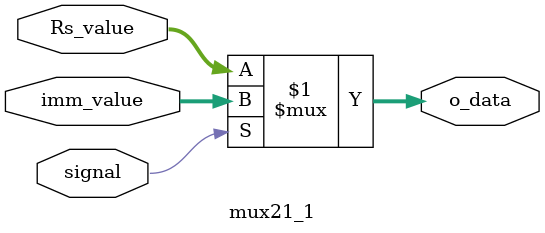
<source format=v>
module mux21_1 (
    input [4:0] imm_value,
    input [4:0] Rs_value,
    input signal,
    output [4:0] o_data
    
);
// this module is to get a correct input for ex5
assign o_data=signal?imm_value:Rs_value;

endmodule //mux21_1
</source>
